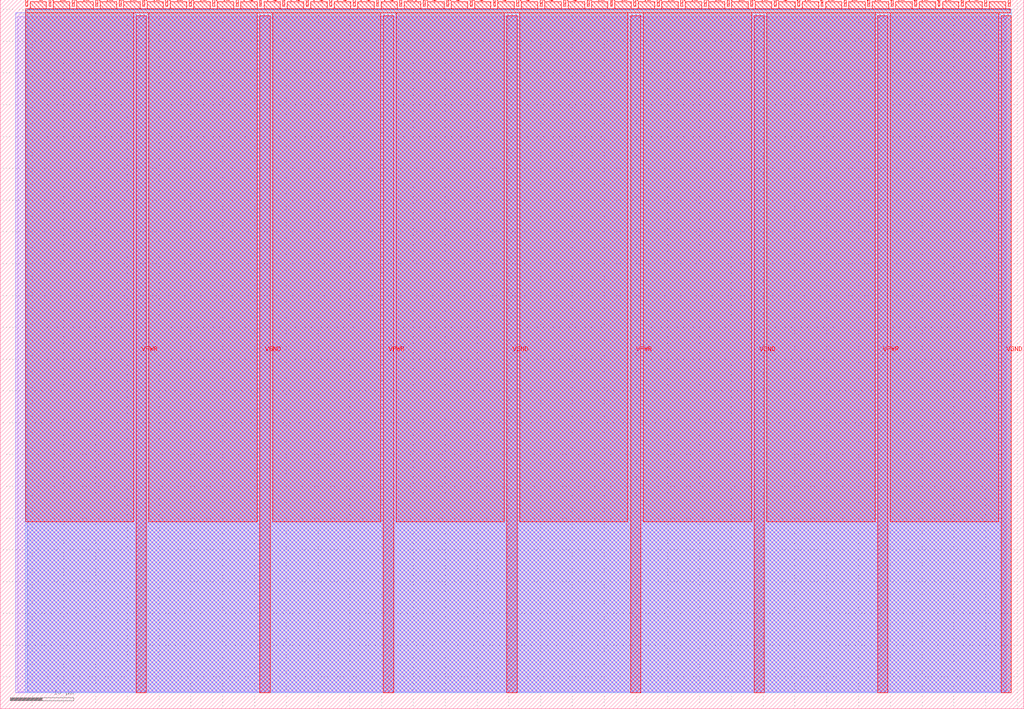
<source format=lef>
VERSION 5.7 ;
  NOWIREEXTENSIONATPIN ON ;
  DIVIDERCHAR "/" ;
  BUSBITCHARS "[]" ;
MACRO tt_um_rgbled_decoder
  CLASS BLOCK ;
  FOREIGN tt_um_rgbled_decoder ;
  ORIGIN 0.000 0.000 ;
  SIZE 161.000 BY 111.520 ;
  PIN VGND
    DIRECTION INOUT ;
    USE GROUND ;
    PORT
      LAYER met4 ;
        RECT 40.830 2.480 42.430 109.040 ;
    END
    PORT
      LAYER met4 ;
        RECT 79.700 2.480 81.300 109.040 ;
    END
    PORT
      LAYER met4 ;
        RECT 118.570 2.480 120.170 109.040 ;
    END
    PORT
      LAYER met4 ;
        RECT 157.440 2.480 159.040 109.040 ;
    END
  END VGND
  PIN VPWR
    DIRECTION INOUT ;
    USE POWER ;
    PORT
      LAYER met4 ;
        RECT 21.395 2.480 22.995 109.040 ;
    END
    PORT
      LAYER met4 ;
        RECT 60.265 2.480 61.865 109.040 ;
    END
    PORT
      LAYER met4 ;
        RECT 99.135 2.480 100.735 109.040 ;
    END
    PORT
      LAYER met4 ;
        RECT 138.005 2.480 139.605 109.040 ;
    END
  END VPWR
  PIN clk
    DIRECTION INPUT ;
    USE SIGNAL ;
    ANTENNAGATEAREA 0.852000 ;
    PORT
      LAYER met4 ;
        RECT 154.870 110.520 155.170 111.520 ;
    END
  END clk
  PIN ena
    DIRECTION INPUT ;
    USE SIGNAL ;
    ANTENNAGATEAREA 0.196500 ;
    PORT
      LAYER met4 ;
        RECT 158.550 110.520 158.850 111.520 ;
    END
  END ena
  PIN rst_n
    DIRECTION INPUT ;
    USE SIGNAL ;
    ANTENNAGATEAREA 0.196500 ;
    PORT
      LAYER met4 ;
        RECT 151.190 110.520 151.490 111.520 ;
    END
  END rst_n
  PIN ui_in[0]
    DIRECTION INPUT ;
    USE SIGNAL ;
    ANTENNAGATEAREA 0.196500 ;
    PORT
      LAYER met4 ;
        RECT 147.510 110.520 147.810 111.520 ;
    END
  END ui_in[0]
  PIN ui_in[1]
    DIRECTION INPUT ;
    USE SIGNAL ;
    ANTENNAGATEAREA 0.196500 ;
    PORT
      LAYER met4 ;
        RECT 143.830 110.520 144.130 111.520 ;
    END
  END ui_in[1]
  PIN ui_in[2]
    DIRECTION INPUT ;
    USE SIGNAL ;
    ANTENNAGATEAREA 1.278000 ;
    PORT
      LAYER met4 ;
        RECT 140.150 110.520 140.450 111.520 ;
    END
  END ui_in[2]
  PIN ui_in[3]
    DIRECTION INPUT ;
    USE SIGNAL ;
    PORT
      LAYER met4 ;
        RECT 136.470 110.520 136.770 111.520 ;
    END
  END ui_in[3]
  PIN ui_in[4]
    DIRECTION INPUT ;
    USE SIGNAL ;
    PORT
      LAYER met4 ;
        RECT 132.790 110.520 133.090 111.520 ;
    END
  END ui_in[4]
  PIN ui_in[5]
    DIRECTION INPUT ;
    USE SIGNAL ;
    PORT
      LAYER met4 ;
        RECT 129.110 110.520 129.410 111.520 ;
    END
  END ui_in[5]
  PIN ui_in[6]
    DIRECTION INPUT ;
    USE SIGNAL ;
    PORT
      LAYER met4 ;
        RECT 125.430 110.520 125.730 111.520 ;
    END
  END ui_in[6]
  PIN ui_in[7]
    DIRECTION INPUT ;
    USE SIGNAL ;
    PORT
      LAYER met4 ;
        RECT 121.750 110.520 122.050 111.520 ;
    END
  END ui_in[7]
  PIN uio_in[0]
    DIRECTION INPUT ;
    USE SIGNAL ;
    PORT
      LAYER met4 ;
        RECT 118.070 110.520 118.370 111.520 ;
    END
  END uio_in[0]
  PIN uio_in[1]
    DIRECTION INPUT ;
    USE SIGNAL ;
    PORT
      LAYER met4 ;
        RECT 114.390 110.520 114.690 111.520 ;
    END
  END uio_in[1]
  PIN uio_in[2]
    DIRECTION INPUT ;
    USE SIGNAL ;
    PORT
      LAYER met4 ;
        RECT 110.710 110.520 111.010 111.520 ;
    END
  END uio_in[2]
  PIN uio_in[3]
    DIRECTION INPUT ;
    USE SIGNAL ;
    PORT
      LAYER met4 ;
        RECT 107.030 110.520 107.330 111.520 ;
    END
  END uio_in[3]
  PIN uio_in[4]
    DIRECTION INPUT ;
    USE SIGNAL ;
    PORT
      LAYER met4 ;
        RECT 103.350 110.520 103.650 111.520 ;
    END
  END uio_in[4]
  PIN uio_in[5]
    DIRECTION INPUT ;
    USE SIGNAL ;
    PORT
      LAYER met4 ;
        RECT 99.670 110.520 99.970 111.520 ;
    END
  END uio_in[5]
  PIN uio_in[6]
    DIRECTION INPUT ;
    USE SIGNAL ;
    PORT
      LAYER met4 ;
        RECT 95.990 110.520 96.290 111.520 ;
    END
  END uio_in[6]
  PIN uio_in[7]
    DIRECTION INPUT ;
    USE SIGNAL ;
    PORT
      LAYER met4 ;
        RECT 92.310 110.520 92.610 111.520 ;
    END
  END uio_in[7]
  PIN uio_oe[0]
    DIRECTION OUTPUT TRISTATE ;
    USE SIGNAL ;
    PORT
      LAYER met4 ;
        RECT 29.750 110.520 30.050 111.520 ;
    END
  END uio_oe[0]
  PIN uio_oe[1]
    DIRECTION OUTPUT TRISTATE ;
    USE SIGNAL ;
    PORT
      LAYER met4 ;
        RECT 26.070 110.520 26.370 111.520 ;
    END
  END uio_oe[1]
  PIN uio_oe[2]
    DIRECTION OUTPUT TRISTATE ;
    USE SIGNAL ;
    PORT
      LAYER met4 ;
        RECT 22.390 110.520 22.690 111.520 ;
    END
  END uio_oe[2]
  PIN uio_oe[3]
    DIRECTION OUTPUT TRISTATE ;
    USE SIGNAL ;
    PORT
      LAYER met4 ;
        RECT 18.710 110.520 19.010 111.520 ;
    END
  END uio_oe[3]
  PIN uio_oe[4]
    DIRECTION OUTPUT TRISTATE ;
    USE SIGNAL ;
    PORT
      LAYER met4 ;
        RECT 15.030 110.520 15.330 111.520 ;
    END
  END uio_oe[4]
  PIN uio_oe[5]
    DIRECTION OUTPUT TRISTATE ;
    USE SIGNAL ;
    PORT
      LAYER met4 ;
        RECT 11.350 110.520 11.650 111.520 ;
    END
  END uio_oe[5]
  PIN uio_oe[6]
    DIRECTION OUTPUT TRISTATE ;
    USE SIGNAL ;
    PORT
      LAYER met4 ;
        RECT 7.670 110.520 7.970 111.520 ;
    END
  END uio_oe[6]
  PIN uio_oe[7]
    DIRECTION OUTPUT TRISTATE ;
    USE SIGNAL ;
    PORT
      LAYER met4 ;
        RECT 3.990 110.520 4.290 111.520 ;
    END
  END uio_oe[7]
  PIN uio_out[0]
    DIRECTION OUTPUT TRISTATE ;
    USE SIGNAL ;
    PORT
      LAYER met4 ;
        RECT 59.190 110.520 59.490 111.520 ;
    END
  END uio_out[0]
  PIN uio_out[1]
    DIRECTION OUTPUT TRISTATE ;
    USE SIGNAL ;
    PORT
      LAYER met4 ;
        RECT 55.510 110.520 55.810 111.520 ;
    END
  END uio_out[1]
  PIN uio_out[2]
    DIRECTION OUTPUT TRISTATE ;
    USE SIGNAL ;
    PORT
      LAYER met4 ;
        RECT 51.830 110.520 52.130 111.520 ;
    END
  END uio_out[2]
  PIN uio_out[3]
    DIRECTION OUTPUT TRISTATE ;
    USE SIGNAL ;
    PORT
      LAYER met4 ;
        RECT 48.150 110.520 48.450 111.520 ;
    END
  END uio_out[3]
  PIN uio_out[4]
    DIRECTION OUTPUT TRISTATE ;
    USE SIGNAL ;
    PORT
      LAYER met4 ;
        RECT 44.470 110.520 44.770 111.520 ;
    END
  END uio_out[4]
  PIN uio_out[5]
    DIRECTION OUTPUT TRISTATE ;
    USE SIGNAL ;
    PORT
      LAYER met4 ;
        RECT 40.790 110.520 41.090 111.520 ;
    END
  END uio_out[5]
  PIN uio_out[6]
    DIRECTION OUTPUT TRISTATE ;
    USE SIGNAL ;
    PORT
      LAYER met4 ;
        RECT 37.110 110.520 37.410 111.520 ;
    END
  END uio_out[6]
  PIN uio_out[7]
    DIRECTION OUTPUT TRISTATE ;
    USE SIGNAL ;
    PORT
      LAYER met4 ;
        RECT 33.430 110.520 33.730 111.520 ;
    END
  END uio_out[7]
  PIN uo_out[0]
    DIRECTION OUTPUT TRISTATE ;
    USE SIGNAL ;
    ANTENNADIFFAREA 0.445500 ;
    PORT
      LAYER met4 ;
        RECT 88.630 110.520 88.930 111.520 ;
    END
  END uo_out[0]
  PIN uo_out[1]
    DIRECTION OUTPUT TRISTATE ;
    USE SIGNAL ;
    PORT
      LAYER met4 ;
        RECT 84.950 110.520 85.250 111.520 ;
    END
  END uo_out[1]
  PIN uo_out[2]
    DIRECTION OUTPUT TRISTATE ;
    USE SIGNAL ;
    PORT
      LAYER met4 ;
        RECT 81.270 110.520 81.570 111.520 ;
    END
  END uo_out[2]
  PIN uo_out[3]
    DIRECTION OUTPUT TRISTATE ;
    USE SIGNAL ;
    PORT
      LAYER met4 ;
        RECT 77.590 110.520 77.890 111.520 ;
    END
  END uo_out[3]
  PIN uo_out[4]
    DIRECTION OUTPUT TRISTATE ;
    USE SIGNAL ;
    PORT
      LAYER met4 ;
        RECT 73.910 110.520 74.210 111.520 ;
    END
  END uo_out[4]
  PIN uo_out[5]
    DIRECTION OUTPUT TRISTATE ;
    USE SIGNAL ;
    PORT
      LAYER met4 ;
        RECT 70.230 110.520 70.530 111.520 ;
    END
  END uo_out[5]
  PIN uo_out[6]
    DIRECTION OUTPUT TRISTATE ;
    USE SIGNAL ;
    PORT
      LAYER met4 ;
        RECT 66.550 110.520 66.850 111.520 ;
    END
  END uo_out[6]
  PIN uo_out[7]
    DIRECTION OUTPUT TRISTATE ;
    USE SIGNAL ;
    PORT
      LAYER met4 ;
        RECT 62.870 110.520 63.170 111.520 ;
    END
  END uo_out[7]
  OBS
      LAYER li1 ;
        RECT 2.760 2.635 158.240 108.885 ;
      LAYER met1 ;
        RECT 2.460 2.480 159.040 109.440 ;
      LAYER met2 ;
        RECT 4.230 2.535 159.010 110.005 ;
      LAYER met3 ;
        RECT 3.950 2.555 159.030 109.985 ;
      LAYER met4 ;
        RECT 4.690 110.120 7.270 111.170 ;
        RECT 8.370 110.120 10.950 111.170 ;
        RECT 12.050 110.120 14.630 111.170 ;
        RECT 15.730 110.120 18.310 111.170 ;
        RECT 19.410 110.120 21.990 111.170 ;
        RECT 23.090 110.120 25.670 111.170 ;
        RECT 26.770 110.120 29.350 111.170 ;
        RECT 30.450 110.120 33.030 111.170 ;
        RECT 34.130 110.120 36.710 111.170 ;
        RECT 37.810 110.120 40.390 111.170 ;
        RECT 41.490 110.120 44.070 111.170 ;
        RECT 45.170 110.120 47.750 111.170 ;
        RECT 48.850 110.120 51.430 111.170 ;
        RECT 52.530 110.120 55.110 111.170 ;
        RECT 56.210 110.120 58.790 111.170 ;
        RECT 59.890 110.120 62.470 111.170 ;
        RECT 63.570 110.120 66.150 111.170 ;
        RECT 67.250 110.120 69.830 111.170 ;
        RECT 70.930 110.120 73.510 111.170 ;
        RECT 74.610 110.120 77.190 111.170 ;
        RECT 78.290 110.120 80.870 111.170 ;
        RECT 81.970 110.120 84.550 111.170 ;
        RECT 85.650 110.120 88.230 111.170 ;
        RECT 89.330 110.120 91.910 111.170 ;
        RECT 93.010 110.120 95.590 111.170 ;
        RECT 96.690 110.120 99.270 111.170 ;
        RECT 100.370 110.120 102.950 111.170 ;
        RECT 104.050 110.120 106.630 111.170 ;
        RECT 107.730 110.120 110.310 111.170 ;
        RECT 111.410 110.120 113.990 111.170 ;
        RECT 115.090 110.120 117.670 111.170 ;
        RECT 118.770 110.120 121.350 111.170 ;
        RECT 122.450 110.120 125.030 111.170 ;
        RECT 126.130 110.120 128.710 111.170 ;
        RECT 129.810 110.120 132.390 111.170 ;
        RECT 133.490 110.120 136.070 111.170 ;
        RECT 137.170 110.120 139.750 111.170 ;
        RECT 140.850 110.120 143.430 111.170 ;
        RECT 144.530 110.120 147.110 111.170 ;
        RECT 148.210 110.120 150.790 111.170 ;
        RECT 151.890 110.120 154.470 111.170 ;
        RECT 155.570 110.120 158.150 111.170 ;
        RECT 3.975 109.440 158.850 110.120 ;
        RECT 3.975 29.415 20.995 109.440 ;
        RECT 23.395 29.415 40.430 109.440 ;
        RECT 42.830 29.415 59.865 109.440 ;
        RECT 62.265 29.415 79.300 109.440 ;
        RECT 81.700 29.415 98.735 109.440 ;
        RECT 101.135 29.415 118.170 109.440 ;
        RECT 120.570 29.415 137.605 109.440 ;
        RECT 140.005 29.415 157.040 109.440 ;
  END
END tt_um_rgbled_decoder
END LIBRARY


</source>
